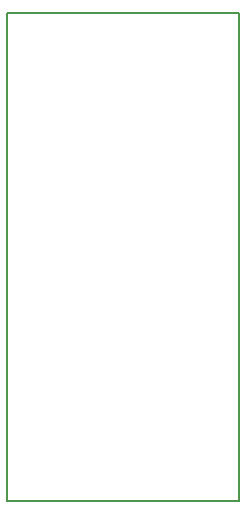
<source format=gbr>
G04 #@! TF.FileFunction,Profile,NP*
%FSLAX46Y46*%
G04 Gerber Fmt 4.6, Leading zero omitted, Abs format (unit mm)*
G04 Created by KiCad (PCBNEW 4.0.7) date Sun Feb  4 21:06:27 2018*
%MOMM*%
%LPD*%
G01*
G04 APERTURE LIST*
%ADD10C,0.100000*%
%ADD11C,0.150000*%
G04 APERTURE END LIST*
D10*
D11*
X133985000Y-93980000D02*
X134620000Y-93980000D01*
X133985000Y-93980000D02*
X133985000Y-135255000D01*
X153670000Y-135255000D02*
X133985000Y-135255000D01*
X153670000Y-93980000D02*
X153670000Y-135255000D01*
X134620000Y-93980000D02*
X153670000Y-93980000D01*
M02*

</source>
